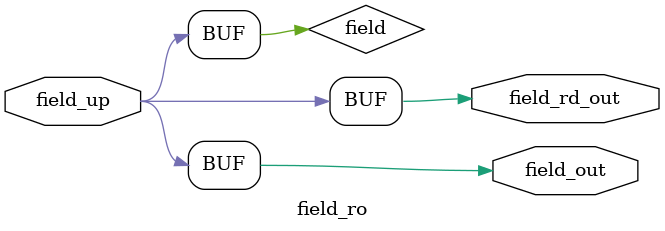
<source format=v>
`ifndef FIELD_RO__SV
`define FIELD_RO__SV

module field_ro 
    #(
        parameter FIELD_WIDTH = 1
     )
    (
        input       [FIELD_WIDTH-1:0] field_up     ,
        output wire [FIELD_WIDTH-1:0] field_out ,        
        output wire [FIELD_WIDTH-1:0] field_rd_out 
    );

wire [FIELD_WIDTH-1:0] field;

assign field = field_up;
assign field_rd_out = field;
assign field_out = field;

endmodule

`endif

</source>
